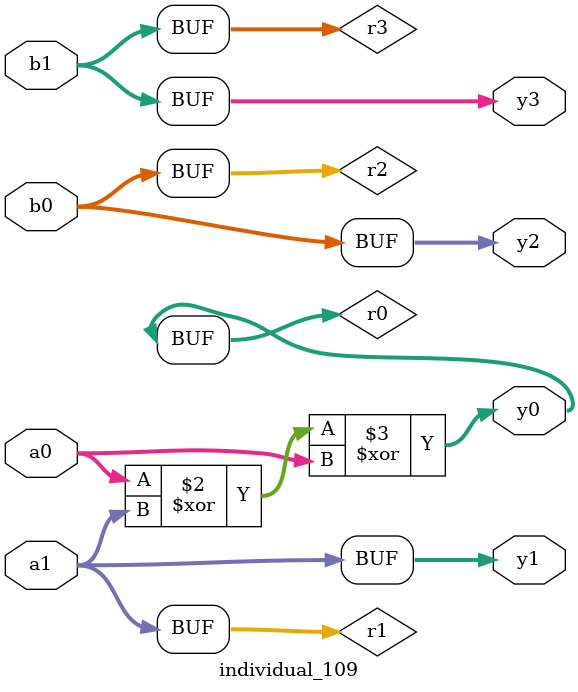
<source format=sv>
module individual_109(input logic [15:0] a1, input logic [15:0] a0, input logic [15:0] b1, input logic [15:0] b0, output logic [15:0] y3, output logic [15:0] y2, output logic [15:0] y1, output logic [15:0] y0);
logic [15:0] r0, r1, r2, r3; 
 always@(*) begin 
	 r0 = a0; r1 = a1; r2 = b0; r3 = b1; 
 	 r0  ^=  r1 ;
 	 r0  ^=  a0 ;
 	 y3 = r3; y2 = r2; y1 = r1; y0 = r0; 
end
endmodule
</source>
